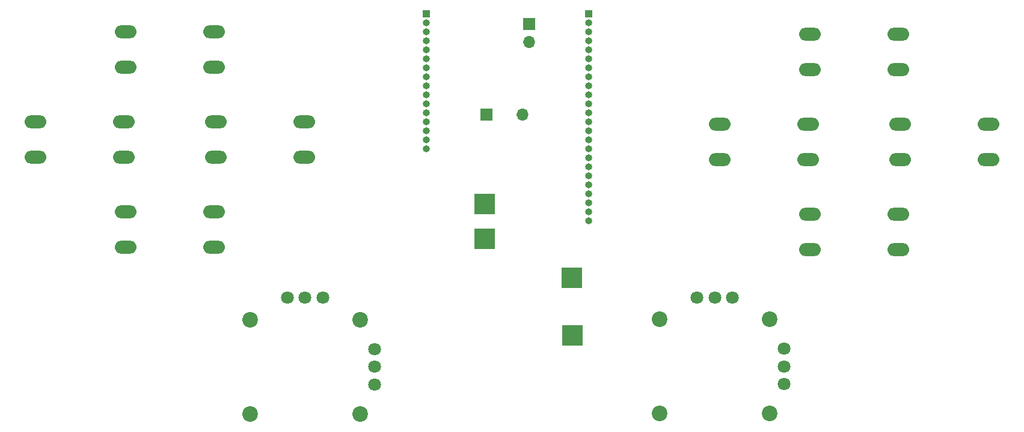
<source format=gbr>
%TF.GenerationSoftware,KiCad,Pcbnew,(5.99.0-11763-gc80efb0f98)*%
%TF.CreationDate,2021-08-20T23:21:00+03:00*%
%TF.ProjectId,mesp240_3Dpad,6d657370-3234-4305-9f33-447061642e6b,rev?*%
%TF.SameCoordinates,Original*%
%TF.FileFunction,Soldermask,Bot*%
%TF.FilePolarity,Negative*%
%FSLAX46Y46*%
G04 Gerber Fmt 4.6, Leading zero omitted, Abs format (unit mm)*
G04 Created by KiCad (PCBNEW (5.99.0-11763-gc80efb0f98)) date 2021-08-20 23:21:00*
%MOMM*%
%LPD*%
G01*
G04 APERTURE LIST*
%ADD10R,1.000000X1.000000*%
%ADD11O,1.000000X1.000000*%
%ADD12O,3.048000X1.850000*%
%ADD13C,2.200000*%
%ADD14C,1.800000*%
%ADD15R,1.700000X1.700000*%
%ADD16O,1.700000X1.700000*%
%ADD17R,3.000000X3.000000*%
G04 APERTURE END LIST*
D10*
%TO.C,J1*%
X129540000Y-88900000D03*
D11*
X129540000Y-90170000D03*
X129540000Y-91440000D03*
X129540000Y-92710000D03*
X129540000Y-93980000D03*
X129540000Y-95250000D03*
X129540000Y-96520000D03*
X129540000Y-97790000D03*
X129540000Y-99060000D03*
X129540000Y-100330000D03*
X129540000Y-101600000D03*
X129540000Y-102870000D03*
X129540000Y-104140000D03*
X129540000Y-105410000D03*
X129540000Y-106680000D03*
X129540000Y-107950000D03*
%TD*%
D10*
%TO.C,J2*%
X152400000Y-88900000D03*
D11*
X152400000Y-90170000D03*
X152400000Y-91440000D03*
X152400000Y-92710000D03*
X152400000Y-93980000D03*
X152400000Y-95250000D03*
X152400000Y-96520000D03*
X152400000Y-97790000D03*
X152400000Y-99060000D03*
X152400000Y-100330000D03*
X152400000Y-101600000D03*
X152400000Y-102870000D03*
X152400000Y-104140000D03*
X152400000Y-105410000D03*
X152400000Y-106680000D03*
X152400000Y-107950000D03*
X152400000Y-109220000D03*
X152400000Y-110490000D03*
X152400000Y-111760000D03*
X152400000Y-113030000D03*
X152400000Y-114300000D03*
X152400000Y-115570000D03*
X152400000Y-116840000D03*
X152400000Y-118110000D03*
%TD*%
D12*
%TO.C,SW1*%
X87177900Y-116843000D03*
X99677900Y-116843000D03*
X87177900Y-121843000D03*
X99677900Y-121843000D03*
%TD*%
%TO.C,SW2*%
X86977900Y-104143000D03*
X74477900Y-104143000D03*
X74477900Y-109143000D03*
X86977900Y-109143000D03*
%TD*%
%TO.C,SW3*%
X99877900Y-104143000D03*
X112377900Y-104143000D03*
X112377900Y-109143000D03*
X99877900Y-109143000D03*
%TD*%
%TO.C,SW4*%
X99677900Y-91442500D03*
X87177900Y-91442500D03*
X99677900Y-96442500D03*
X87177900Y-96442500D03*
%TD*%
%TO.C,SW5*%
X208748000Y-104496000D03*
X196248000Y-104496000D03*
X196248000Y-109496000D03*
X208748000Y-109496000D03*
%TD*%
%TO.C,SW6*%
X183348000Y-104496000D03*
X170848000Y-104496000D03*
X170848000Y-109496000D03*
X183348000Y-109496000D03*
%TD*%
%TO.C,SW7*%
X183548000Y-91795600D03*
X196048000Y-91795600D03*
X196048000Y-96795600D03*
X183548000Y-96795600D03*
%TD*%
%TO.C,SW8*%
X183548000Y-117196000D03*
X196048000Y-117196000D03*
X196048000Y-122196000D03*
X183548000Y-122196000D03*
%TD*%
D13*
%TO.C,JS1*%
X104730000Y-145390000D03*
X120230000Y-145390000D03*
X104730000Y-132090000D03*
X120230000Y-132090000D03*
D14*
X109980000Y-128990000D03*
X112480000Y-128990000D03*
X114980000Y-128990000D03*
X122230000Y-136240000D03*
X122230000Y-138740000D03*
X122230000Y-141240000D03*
%TD*%
D15*
%TO.C,J4*%
X144030000Y-90360000D03*
D16*
X144030000Y-92900000D03*
%TD*%
D15*
%TO.C,J3*%
X138040000Y-103140000D03*
D16*
X143120000Y-103140000D03*
%TD*%
D13*
%TO.C,JS2*%
X162430000Y-145350000D03*
X177930000Y-145350000D03*
X177930000Y-132050000D03*
X162430000Y-132050000D03*
D14*
X167680000Y-128950000D03*
X170180000Y-128950000D03*
X172680000Y-128950000D03*
X179930000Y-136200000D03*
X179930000Y-138700000D03*
X179930000Y-141200000D03*
%TD*%
D17*
%TO.C,TP1*%
X137780000Y-120670000D03*
%TD*%
%TO.C,TP2*%
X150080000Y-126170000D03*
%TD*%
%TO.C,TP3*%
X150150000Y-134270000D03*
%TD*%
%TO.C,TP4*%
X137770000Y-115790000D03*
%TD*%
M02*

</source>
